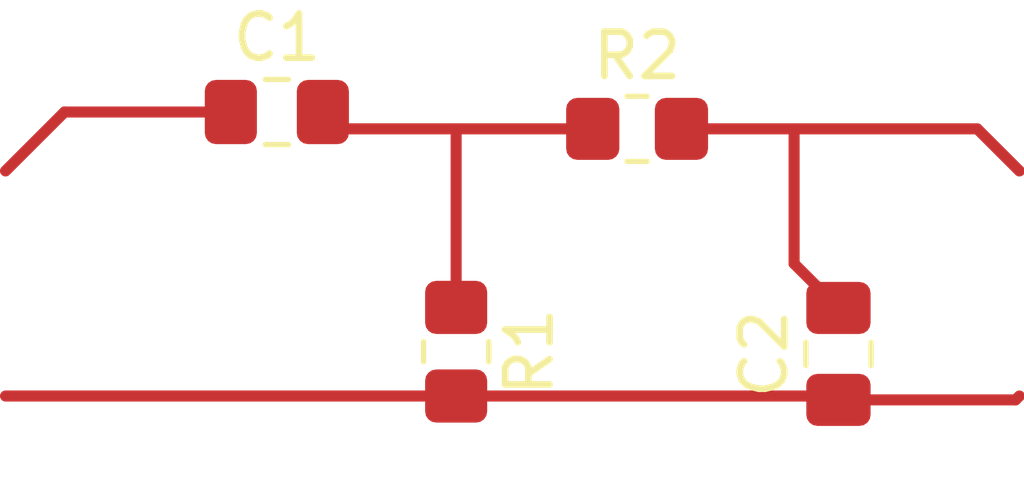
<source format=kicad_pcb>
(kicad_pcb (version 20221018) (generator pcbnew)
  (layers (0 "F.Cu" signal) (31 "B.Cu" signal) (34 "B.Paste" user) (35 "F.Paste" user) (36 "B.SilkS" user "B.Silkscreen") (37 "F.SilkS" user "F.Silkscreen") (38 "B.Mask" user) (39 "F.Mask" user) (44 "Edge.Cuts" user))
  (net 0 "")
  (net 1 "unconnected-(C1-Pad1)")
  (net 2 "Net-(C1-Pad2)")
  (net 3 "Net-(C2-Pad1)")
  (net 4 "Net-(C2-Pad2)")
  (footprint "Capacitor_SMD:C_0805_2012Metric_Pad1.18x1.45mm_HandSolder" (layer "F.Cu") (at 79.62 70.74)
    (fp_text reference "C1" (at 0 -1.68) (layer "F.SilkS"))
    (fp_text value "1.59pF")
    (fp_line (start -0.261252 -0.735) (end 0.261252 -0.735) (stroke (width 0.12)) (layer "F.SilkS"))
    (fp_line (start -0.261252 0.735) (end 0.261252 0.735) (stroke (width 0.12)) (layer "F.SilkS"))
    (pad "1" smd roundrect (at -1.0375 0) (size 1.175 1.45) (layers "F.Cu" "F.Paste" "F.Mask") (roundrect_rratio 0.212766) (net 1 "unconnected-(C1-Pad1)"))
    (pad "2" smd roundrect (at 1.0375 0) (size 1.175 1.45) (layers "F.Cu" "F.Paste" "F.Mask") (roundrect_rratio 0.212766) (net 2 "Net-(C1-Pad2)"))
  )
  (footprint "Capacitor_SMD:C_0805_2012Metric_Pad1.18x1.45mm_HandSolder" (layer "F.Cu") (at 92.2825 76.2 90)
    (fp_text reference "C2" (at 0 -1.68 90) (layer "F.SilkS"))
    (fp_text value "0.354pF")
    (fp_line (start -0.261252 -0.735) (end 0.261252 -0.735) (stroke (width 0.12)) (layer "F.SilkS"))
    (fp_line (start -0.261252 0.735) (end 0.261252 0.735) (stroke (width 0.12)) (layer "F.SilkS"))
    (pad "1" smd roundrect (at -1.0375 0 90) (size 1.175 1.45) (layers "F.Cu" "F.Paste" "F.Mask") (roundrect_rratio 0.212766) (net 3 "Net-(C2-Pad1)"))
    (pad "2" smd roundrect (at 1.0375 0 90) (size 1.175 1.45) (layers "F.Cu" "F.Paste" "F.Mask") (roundrect_rratio 0.212766) (net 4 "Net-(C2-Pad2)"))
  )
  (footprint "Resistor_SMD:R_0805_2012Metric_Pad1.20x1.40mm_HandSolder" (layer "F.Cu") (at 87.7425 71.12)
    (fp_text reference "R2" (at 0 -1.65) (layer "F.SilkS"))
    (fp_text value "5k")
    (fp_line (start -0.227064 -0.735) (end 0.227064 -0.735) (stroke (width 0.12)) (layer "F.SilkS"))
    (fp_line (start -0.227064 0.735) (end 0.227064 0.735) (stroke (width 0.12)) (layer "F.SilkS"))
    (pad "1" smd roundrect (at -1 0) (size 1.2 1.4) (layers "F.Cu" "F.Paste" "F.Mask") (roundrect_rratio 0.208333) (net 2 "Net-(C1-Pad2)"))
    (pad "2" smd roundrect (at 1 0) (size 1.2 1.4) (layers "F.Cu" "F.Paste" "F.Mask") (roundrect_rratio 0.208333) (net 4 "Net-(C2-Pad2)"))
  )
  (footprint "Resistor_SMD:R_0805_2012Metric_Pad1.20x1.40mm_HandSolder" (layer "F.Cu") (at 83.6625 76.15 -90)
    (fp_text reference "R1" (at 0 -1.65 90) (layer "F.SilkS"))
    (fp_text value "5k")
    (fp_line (start -0.227064 -0.735) (end 0.227064 -0.735) (stroke (width 0.12)) (layer "F.SilkS"))
    (fp_line (start -0.227064 0.735) (end 0.227064 0.735) (stroke (width 0.12)) (layer "F.SilkS"))
    (pad "1" smd roundrect (at -1 0 270) (size 1.2 1.4) (layers "F.Cu" "F.Paste" "F.Mask") (roundrect_rratio 0.208333) (net 2 "Net-(C1-Pad2)"))
    (pad "2" smd roundrect (at 1 0 270) (size 1.2 1.4) (layers "F.Cu" "F.Paste" "F.Mask") (roundrect_rratio 0.208333) (net 3 "Net-(C2-Pad1)"))
  )
  (segment (start 74.8325 70.74) (end 73.5025 72.07) (width 0.25) (layer "F.Cu") (net 1))
  (segment (start 78.5825 70.74) (end 74.8325 70.74) (width 0.25) (layer "F.Cu") (net 1))
  (segment (start 81.0375 71.12) (end 83.6625 71.12) (width 0.25) (layer "F.Cu") (net 2))
  (segment (start 83.6625 71.12) (end 83.6625 75.15) (width 0.25) (layer "F.Cu") (net 2))
  (segment (start 80.6575 70.74) (end 81.0375 71.12) (width 0.25) (layer "F.Cu") (net 2))
  (segment (start 83.6625 71.12) (end 86.7425 71.12) (width 0.25) (layer "F.Cu") (net 2))
  (segment (start 92.195 77.15) (end 92.2825 77.2375) (width 0.25) (layer "F.Cu") (net 3))
  (segment (start 92.2825 77.2375) (end 96.275 77.2375) (width 0.25) (layer "F.Cu") (net 3))
  (segment (start 96.275 77.2375) (end 96.3625 77.15) (width 0.25) (layer "F.Cu") (net 3))
  (segment (start 83.6625 77.15) (end 92.195 77.15) (width 0.25) (layer "F.Cu") (net 3))
  (segment (start 83.6625 77.15) (end 73.5025 77.15) (width 0.25) (layer "F.Cu") (net 3))
  (segment (start 91.2825 71.12) (end 95.4125 71.12) (width 0.25) (layer "F.Cu") (net 4))
  (segment (start 91.2825 71.12) (end 91.2825 74.1625) (width 0.25) (layer "F.Cu") (net 4))
  (segment (start 88.7425 71.12) (end 91.2825 71.12) (width 0.25) (layer "F.Cu") (net 4))
  (segment (start 91.2825 74.1625) (end 92.2825 75.1625) (width 0.25) (layer "F.Cu") (net 4))
  (segment (start 95.4125 71.12) (end 96.3625 72.07) (width 0.25) (layer "F.Cu") (net 4))
)
</source>
